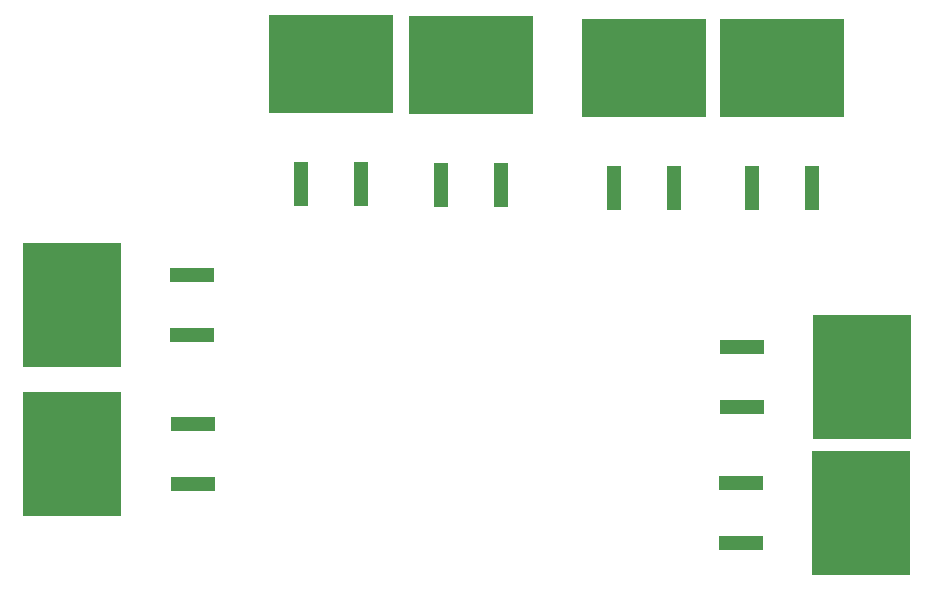
<source format=gbp>
%TF.GenerationSoftware,KiCad,Pcbnew,(5.0.1)-3*%
%TF.CreationDate,2018-12-23T11:37:47+11:00*%
%TF.ProjectId,1Wire-LEDController,31576972652D4C4544436F6E74726F6C,1.2*%
%TF.SameCoordinates,Original*%
%TF.FileFunction,Paste,Bot*%
%TF.FilePolarity,Positive*%
%FSLAX46Y46*%
G04 Gerber Fmt 4.6, Leading zero omitted, Abs format (unit mm)*
G04 Created by KiCad (PCBNEW (5.0.1)-3) date 23/12/2018 11:37:47 AM*
%MOMM*%
%LPD*%
G01*
G04 APERTURE LIST*
%ADD10R,1.200000X3.800000*%
%ADD11R,10.490000X8.380000*%
%ADD12R,3.800000X1.200000*%
%ADD13R,8.380000X10.490000*%
G04 APERTURE END LIST*
D10*
%TO.C,Q8*%
X177736000Y-87937000D03*
X182816000Y-87937000D03*
D11*
X180276000Y-77724000D03*
%TD*%
D10*
%TO.C,Q2*%
X192342000Y-88191000D03*
X197422000Y-88191000D03*
D11*
X194882000Y-77978000D03*
%TD*%
D10*
%TO.C,Q5*%
X165862000Y-87873500D03*
X170942000Y-87873500D03*
D11*
X168402000Y-77660500D03*
%TD*%
D10*
%TO.C,Q6*%
X204026000Y-88191000D03*
X209106000Y-88191000D03*
D11*
X206566000Y-77978000D03*
%TD*%
D12*
%TO.C,Q11*%
X203147000Y-101600000D03*
X203147000Y-106680000D03*
D13*
X213360000Y-104140000D03*
%TD*%
D12*
%TO.C,Q12*%
X156707000Y-113220000D03*
X156707000Y-108140000D03*
D13*
X146494000Y-110680000D03*
%TD*%
D12*
%TO.C,Q15*%
X203083000Y-113157000D03*
X203083000Y-118237000D03*
D13*
X213296000Y-115697000D03*
%TD*%
D12*
%TO.C,Q16*%
X156644000Y-100584000D03*
X156644000Y-95504000D03*
D13*
X146431000Y-98044000D03*
%TD*%
M02*

</source>
